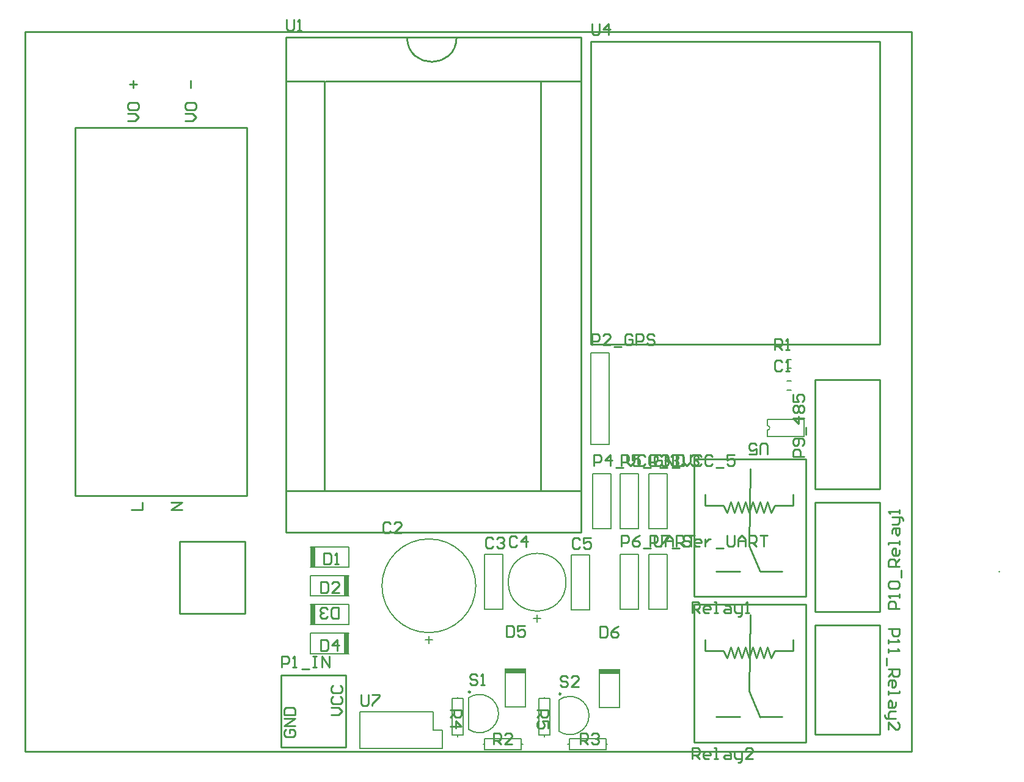
<source format=gto>
G04*
G04 #@! TF.GenerationSoftware,Altium Limited,Altium Designer,19.0.4 (130)*
G04*
G04 Layer_Color=65535*
%FSLAX25Y25*%
%MOIN*%
G70*
G01*
G75*
%ADD10C,0.00787*%
%ADD11C,0.01000*%
%ADD12C,0.00984*%
%ADD13C,0.00591*%
%ADD14R,0.03150X0.11024*%
%ADD15R,0.11024X0.03150*%
D10*
X267350Y-218179D02*
G03*
X267350Y-215679I0J1250D01*
G01*
X157480Y-301181D02*
G03*
X157480Y-301181I-15748J0D01*
G01*
X108268Y-303150D02*
G03*
X108268Y-303150I-25591J0D01*
G01*
X153622Y-382562D02*
G03*
X153622Y-365470I5984J8546D01*
G01*
X104252Y-381499D02*
G03*
X104252Y-364406I5984J8546D01*
G01*
X145669Y-385703D02*
Y-384803D01*
Y-364803D02*
Y-363903D01*
X142669Y-384803D02*
X145669D01*
X142669D02*
Y-364803D01*
X148669D01*
Y-384803D02*
Y-364803D01*
X145669Y-384803D02*
X148669D01*
X179291Y-389764D02*
X180191D01*
X158391D02*
X159291D01*
X179291Y-392764D02*
Y-389764D01*
X159291Y-392764D02*
X179291D01*
X159291D02*
Y-386764D01*
X179291D01*
Y-389764D02*
Y-386764D01*
X98425Y-385703D02*
Y-384803D01*
Y-364803D02*
Y-363903D01*
X95425Y-384803D02*
X98425D01*
X95425D02*
Y-364803D01*
X101425D01*
Y-384803D02*
Y-364803D01*
X98425Y-384803D02*
X101425D01*
X133110Y-389764D02*
X134010D01*
X112210D02*
X113110D01*
X133110Y-392764D02*
Y-389764D01*
X113110Y-392764D02*
X133110D01*
X113110D02*
Y-386764D01*
X133110D01*
Y-389764D02*
Y-386764D01*
X18032Y-340158D02*
X38898D01*
X18032Y-329134D02*
X38898D01*
X18032Y-340158D02*
Y-329134D01*
Y-313386D02*
X38898D01*
X18032Y-324410D02*
X38898D01*
Y-313386D01*
X18032Y-308661D02*
X38898D01*
X18032Y-297638D02*
X38898D01*
X18032Y-308661D02*
Y-297638D01*
Y-281890D02*
X38898D01*
X18032Y-292913D02*
X38898D01*
Y-281890D01*
X267350Y-221612D02*
X287350D01*
Y-212246D01*
X267350D02*
X287350D01*
X267350Y-215679D02*
Y-212246D01*
Y-221612D02*
Y-218179D01*
X45118Y-371890D02*
X85118D01*
Y-381890D02*
Y-371890D01*
Y-381890D02*
X90118D01*
Y-391890D02*
Y-381890D01*
X45118Y-391890D02*
X90118D01*
X45118D02*
Y-371890D01*
X170276Y-316299D02*
Y-286378D01*
X160433Y-316299D02*
Y-286378D01*
X170276D01*
X160433Y-316299D02*
X170276D01*
X123031Y-315984D02*
Y-286063D01*
X113189Y-315984D02*
Y-286063D01*
X123031D01*
X113189Y-315984D02*
X123031D01*
X170957Y-226102D02*
X180957D01*
X170957D02*
Y-176102D01*
X180957Y-226102D02*
Y-176102D01*
X170957D02*
X180957D01*
X175591Y-369606D02*
X186614D01*
X175591D02*
Y-348740D01*
X186614Y-369606D02*
Y-348740D01*
X212677Y-272047D02*
Y-242047D01*
X202677D02*
X212677D01*
X202677Y-272047D02*
Y-242047D01*
Y-272047D02*
X212677D01*
X124409Y-369311D02*
X135433D01*
X124409D02*
Y-348445D01*
X135433Y-369311D02*
Y-348445D01*
X153622Y-382562D02*
Y-365470D01*
X182165Y-272047D02*
Y-242047D01*
X172165D02*
X182165D01*
X172165Y-272047D02*
Y-242047D01*
Y-272047D02*
X182165D01*
X104252Y-381499D02*
Y-364406D01*
X196929Y-272047D02*
Y-242047D01*
X186929D02*
X196929D01*
X186929Y-272047D02*
Y-242047D01*
Y-272047D02*
X196929D01*
X277882Y-191437D02*
X280244D01*
X277882Y-196358D02*
X280244D01*
X196929Y-316024D02*
Y-286024D01*
X186929D02*
X196929D01*
X186929Y-316024D02*
Y-286024D01*
Y-316024D02*
X196929D01*
X277944Y-184449D02*
X280307D01*
X277944Y-179724D02*
X280307D01*
X212677Y-316024D02*
Y-286024D01*
X202677D02*
X212677D01*
X202677Y-316024D02*
Y-286024D01*
Y-316024D02*
X212677D01*
D11*
X70803Y-3799D02*
G03*
X97781Y-3599I13488J200D01*
G01*
X-110390Y-253874D02*
Y-53087D01*
X-16689D01*
Y-253874D02*
Y-53087D01*
X-110390Y-253874D02*
X-16689D01*
X-17784Y-318323D02*
Y-278953D01*
X-53216D02*
X-17784D01*
X-53216Y-318323D02*
Y-278953D01*
Y-318323D02*
X-17784D01*
X328740Y-250315D02*
Y-190630D01*
X293307Y-250315D02*
X328740D01*
X293307Y-190630D02*
X328740D01*
X293307Y-250315D02*
Y-190630D01*
X293307Y-317244D02*
Y-257559D01*
X328740D01*
X293307Y-317244D02*
X328740D01*
Y-257559D01*
X293307Y-384173D02*
Y-324488D01*
X328740D01*
X293307Y-384173D02*
X328740D01*
Y-324488D01*
X245496Y-374772D02*
X252246D01*
X263496D02*
X275496D01*
X239496D02*
X247496D01*
X257496Y-360772D02*
X257874Y-318898D01*
X239496Y-338772D02*
X243496D01*
X245496Y-342772D01*
X233496Y-338772D02*
Y-332772D01*
Y-338772D02*
X239496D01*
X245496Y-342772D02*
X247496Y-336772D01*
X249496Y-342772D01*
X251496Y-336772D01*
X253496Y-342772D01*
X255496Y-336772D01*
X257496Y-342772D01*
X259496Y-336772D01*
X261496Y-342772D01*
X263496Y-336772D01*
X265496Y-342772D01*
X267496Y-336772D01*
X269496Y-342772D01*
X271496Y-338772D01*
X281496D01*
Y-332772D01*
X227362Y-313386D02*
X288386D01*
Y-388583D02*
Y-313386D01*
X227362Y-388583D02*
Y-313386D01*
Y-388583D02*
X288386D01*
X257496Y-360772D02*
X263228Y-374881D01*
X245496Y-295244D02*
X252246D01*
X263496D02*
X275496D01*
X239496D02*
X247496D01*
X257496Y-281244D02*
X257874Y-239370D01*
X239496Y-259244D02*
X243496D01*
X245496Y-263244D01*
X233496Y-259244D02*
Y-253244D01*
Y-259244D02*
X239496D01*
X245496Y-263244D02*
X247496Y-257244D01*
X249496Y-263244D01*
X251496Y-257244D01*
X253496Y-263244D01*
X255496Y-257244D01*
X257496Y-263244D01*
X259496Y-257244D01*
X261496Y-263244D01*
X263496Y-257244D01*
X265496Y-263244D01*
X267496Y-257244D01*
X269496Y-263244D01*
X271496Y-259244D01*
X281496D01*
Y-253244D01*
X227362Y-233858D02*
X288386D01*
Y-309055D02*
Y-233858D01*
X227362Y-309055D02*
Y-233858D01*
Y-309055D02*
X288386D01*
X257496Y-281244D02*
X263228Y-295353D01*
X171063Y-171260D02*
Y-5906D01*
X328543D01*
X171063Y-171260D02*
X328543D01*
Y-5906D01*
X1969Y-391437D02*
Y-352067D01*
Y-391437D02*
X37402D01*
Y-352067D01*
X1969D02*
X37402D01*
X4665Y-3501D02*
X165689D01*
X4665D02*
X4665Y-273973D01*
X135650D01*
X165689D01*
X165689Y-3501D02*
X165689Y-273973D01*
X4764Y-27615D02*
X25728D01*
X26221D02*
X165492D01*
X25728D02*
X25728Y-251237D01*
X4764D02*
X25728D01*
X165591D01*
X143642D02*
Y-27615D01*
X-79774Y-261748D02*
X-73776D01*
Y-257749D01*
X-52122Y-261748D02*
X-58120D01*
X-52122Y-257749D01*
X-58120D01*
X-81742Y-49150D02*
X-77743D01*
X-75744Y-47150D01*
X-77743Y-45151D01*
X-81742D01*
Y-40152D02*
Y-42152D01*
X-80743Y-43152D01*
X-76744D01*
X-75744Y-42152D01*
Y-40152D01*
X-76744Y-39153D01*
X-80743D01*
X-81742Y-40152D01*
X-78743Y-31155D02*
Y-27157D01*
X-80743Y-29156D02*
X-76744D01*
X-50246Y-49150D02*
X-46247D01*
X-44248Y-47150D01*
X-46247Y-45151D01*
X-50246D01*
Y-40152D02*
Y-42152D01*
X-49246Y-43152D01*
X-45248D01*
X-44248Y-42152D01*
Y-40152D01*
X-45248Y-39153D01*
X-49246D01*
X-50246Y-40152D01*
X-47247Y-31155D02*
Y-27157D01*
X29435Y-373721D02*
X33434D01*
X35433Y-371721D01*
X33434Y-369722D01*
X29435D01*
X30435Y-363724D02*
X29435Y-364723D01*
Y-366723D01*
X30435Y-367722D01*
X34433D01*
X35433Y-366723D01*
Y-364723D01*
X34433Y-363724D01*
X30435Y-357726D02*
X29435Y-358725D01*
Y-360725D01*
X30435Y-361724D01*
X34433D01*
X35433Y-360725D01*
Y-358725D01*
X34433Y-357726D01*
X4687Y-381533D02*
X3687Y-382533D01*
Y-384532D01*
X4687Y-385531D01*
X8685D01*
X9685Y-384532D01*
Y-382533D01*
X8685Y-381533D01*
X6686D01*
Y-383532D01*
X9685Y-379533D02*
X3687D01*
X9685Y-375535D01*
X3687D01*
Y-373535D02*
X9685D01*
Y-370536D01*
X8685Y-369537D01*
X4687D01*
X3687Y-370536D01*
Y-373535D01*
X45766Y-362492D02*
Y-367490D01*
X46766Y-368490D01*
X48765D01*
X49765Y-367490D01*
Y-362492D01*
X51764D02*
X55763D01*
Y-363491D01*
X51764Y-367490D01*
Y-368490D01*
X267409Y-231222D02*
Y-226224D01*
X266409Y-225224D01*
X264410D01*
X263410Y-226224D01*
Y-231222D01*
X257412D02*
X261411D01*
Y-228223D01*
X259412Y-229223D01*
X258412D01*
X257412Y-228223D01*
Y-226224D01*
X258412Y-225224D01*
X260411D01*
X261411Y-226224D01*
X171566Y3608D02*
Y-1390D01*
X172566Y-2390D01*
X174565D01*
X175565Y-1390D01*
Y3608D01*
X180563Y-2390D02*
Y3608D01*
X177564Y609D01*
X181563D01*
X5166Y6008D02*
Y1010D01*
X6166Y10D01*
X8165D01*
X9165Y1010D01*
Y6008D01*
X11164Y10D02*
X13164D01*
X12164D01*
Y6008D01*
X11164Y5009D01*
X158265Y-353191D02*
X157265Y-352192D01*
X155266D01*
X154266Y-353191D01*
Y-354191D01*
X155266Y-355191D01*
X157265D01*
X158265Y-356190D01*
Y-357190D01*
X157265Y-358190D01*
X155266D01*
X154266Y-357190D01*
X164263Y-358190D02*
X160264D01*
X164263Y-354191D01*
Y-353191D01*
X163263Y-352192D01*
X161264D01*
X160264Y-353191D01*
X108865Y-352191D02*
X107865Y-351192D01*
X105866D01*
X104866Y-352191D01*
Y-353191D01*
X105866Y-354191D01*
X107865D01*
X108865Y-355190D01*
Y-356190D01*
X107865Y-357190D01*
X105866D01*
X104866Y-356190D01*
X110864Y-357190D02*
X112864D01*
X111864D01*
Y-351192D01*
X110864Y-352191D01*
X226378Y-397638D02*
Y-391640D01*
X229377D01*
X230377Y-392639D01*
Y-394639D01*
X229377Y-395638D01*
X226378D01*
X228377D02*
X230377Y-397638D01*
X235375D02*
X233376D01*
X232376Y-396638D01*
Y-394639D01*
X233376Y-393639D01*
X235375D01*
X236375Y-394639D01*
Y-395638D01*
X232376D01*
X238374Y-397638D02*
X240373D01*
X239374D01*
Y-391640D01*
X238374D01*
X244372Y-393639D02*
X246372D01*
X247371Y-394639D01*
Y-397638D01*
X244372D01*
X243372Y-396638D01*
X244372Y-395638D01*
X247371D01*
X249371Y-393639D02*
Y-396638D01*
X250370Y-397638D01*
X253369D01*
Y-398638D01*
X252369Y-399637D01*
X251370D01*
X253369Y-397638D02*
Y-393639D01*
X259367Y-397638D02*
X255369D01*
X259367Y-393639D01*
Y-392639D01*
X258368Y-391640D01*
X256368D01*
X255369Y-392639D01*
X226378Y-318110D02*
Y-312112D01*
X229377D01*
X230377Y-313112D01*
Y-315111D01*
X229377Y-316111D01*
X226378D01*
X228377D02*
X230377Y-318110D01*
X235375D02*
X233376D01*
X232376Y-317111D01*
Y-315111D01*
X233376Y-314111D01*
X235375D01*
X236375Y-315111D01*
Y-316111D01*
X232376D01*
X238374Y-318110D02*
X240373D01*
X239374D01*
Y-312112D01*
X238374D01*
X244372Y-314111D02*
X246372D01*
X247371Y-315111D01*
Y-318110D01*
X244372D01*
X243372Y-317111D01*
X244372Y-316111D01*
X247371D01*
X249371Y-314111D02*
Y-317111D01*
X250370Y-318110D01*
X253369D01*
Y-319110D01*
X252369Y-320110D01*
X251370D01*
X253369Y-318110D02*
Y-314111D01*
X255369Y-318110D02*
X257368D01*
X256368D01*
Y-312112D01*
X255369Y-313112D01*
X141732Y-370866D02*
X147730D01*
Y-373865D01*
X146731Y-374865D01*
X144731D01*
X143732Y-373865D01*
Y-370866D01*
Y-372866D02*
X141732Y-374865D01*
X147730Y-380863D02*
Y-376864D01*
X144731D01*
X145731Y-378864D01*
Y-379863D01*
X144731Y-380863D01*
X142732D01*
X141732Y-379863D01*
Y-377864D01*
X142732Y-376864D01*
X94488Y-370866D02*
X100486D01*
Y-373865D01*
X99487Y-374865D01*
X97487D01*
X96487Y-373865D01*
Y-370866D01*
Y-372866D02*
X94488Y-374865D01*
Y-379863D02*
X100486D01*
X97487Y-376864D01*
Y-380863D01*
X165354Y-389764D02*
Y-383766D01*
X168353D01*
X169353Y-384765D01*
Y-386765D01*
X168353Y-387764D01*
X165354D01*
X167354D02*
X169353Y-389764D01*
X171352Y-384765D02*
X172352Y-383766D01*
X174351D01*
X175351Y-384765D01*
Y-385765D01*
X174351Y-386765D01*
X173352D01*
X174351D01*
X175351Y-387764D01*
Y-388764D01*
X174351Y-389764D01*
X172352D01*
X171352Y-388764D01*
X118110Y-389764D02*
Y-383766D01*
X121109D01*
X122109Y-384765D01*
Y-386765D01*
X121109Y-387764D01*
X118110D01*
X120110D02*
X122109Y-389764D01*
X128107D02*
X124108D01*
X128107Y-385765D01*
Y-384765D01*
X127107Y-383766D01*
X125108D01*
X124108Y-384765D01*
X271266Y-174190D02*
Y-168192D01*
X274265D01*
X275265Y-169191D01*
Y-171191D01*
X274265Y-172190D01*
X271266D01*
X273266D02*
X275265Y-174190D01*
X277264D02*
X279263D01*
X278264D01*
Y-168192D01*
X277264Y-169191D01*
X333500Y-326500D02*
X339498D01*
Y-329499D01*
X338498Y-330499D01*
X336499D01*
X335499Y-329499D01*
Y-326500D01*
X333500Y-332498D02*
Y-334497D01*
Y-333498D01*
X339498D01*
X338498Y-332498D01*
X333500Y-337496D02*
Y-339496D01*
Y-338496D01*
X339498D01*
X338498Y-337496D01*
X332500Y-342495D02*
Y-346494D01*
X333500Y-348493D02*
X339498D01*
Y-351492D01*
X338498Y-352492D01*
X336499D01*
X335499Y-351492D01*
Y-348493D01*
Y-350492D02*
X333500Y-352492D01*
Y-357490D02*
Y-355491D01*
X334500Y-354491D01*
X336499D01*
X337499Y-355491D01*
Y-357490D01*
X336499Y-358490D01*
X335499D01*
Y-354491D01*
X333500Y-360489D02*
Y-362488D01*
Y-361489D01*
X339498D01*
Y-360489D01*
X337499Y-366487D02*
Y-368486D01*
X336499Y-369486D01*
X333500D01*
Y-366487D01*
X334500Y-365487D01*
X335499Y-366487D01*
Y-369486D01*
X337499Y-371485D02*
X334500D01*
X333500Y-372485D01*
Y-375484D01*
X332500D01*
X331501Y-374484D01*
Y-373485D01*
X333500Y-375484D02*
X337499D01*
X333500Y-381482D02*
Y-377484D01*
X337499Y-381482D01*
X338498D01*
X339498Y-380483D01*
Y-378483D01*
X338498Y-377484D01*
X339500Y-315500D02*
X333502D01*
Y-312501D01*
X334502Y-311501D01*
X336501D01*
X337501Y-312501D01*
Y-315500D01*
X339500Y-309502D02*
Y-307503D01*
Y-308502D01*
X333502D01*
X334502Y-309502D01*
Y-304504D02*
X333502Y-303504D01*
Y-301504D01*
X334502Y-300505D01*
X338500D01*
X339500Y-301504D01*
Y-303504D01*
X338500Y-304504D01*
X334502D01*
X340500Y-298505D02*
Y-294507D01*
X339500Y-292507D02*
X333502D01*
Y-289508D01*
X334502Y-288509D01*
X336501D01*
X337501Y-289508D01*
Y-292507D01*
Y-290508D02*
X339500Y-288509D01*
Y-283510D02*
Y-285510D01*
X338500Y-286509D01*
X336501D01*
X335501Y-285510D01*
Y-283510D01*
X336501Y-282511D01*
X337501D01*
Y-286509D01*
X339500Y-280511D02*
Y-278512D01*
Y-279512D01*
X333502D01*
Y-280511D01*
X335501Y-274513D02*
Y-272514D01*
X336501Y-271514D01*
X339500D01*
Y-274513D01*
X338500Y-275513D01*
X337501Y-274513D01*
Y-271514D01*
X335501Y-269515D02*
X338500D01*
X339500Y-268515D01*
Y-265516D01*
X340500D01*
X341499Y-266516D01*
Y-267515D01*
X339500Y-265516D02*
X335501D01*
X339500Y-263517D02*
Y-261518D01*
Y-262517D01*
X333502D01*
X334502Y-263517D01*
X287402Y-232598D02*
X281403D01*
Y-229599D01*
X282403Y-228600D01*
X284403D01*
X285402Y-229599D01*
Y-232598D01*
X286402Y-226600D02*
X287402Y-225601D01*
Y-223601D01*
X286402Y-222602D01*
X282403D01*
X281403Y-223601D01*
Y-225601D01*
X282403Y-226600D01*
X283403D01*
X284403Y-225601D01*
Y-222602D01*
X288401Y-220602D02*
Y-216604D01*
X287402Y-211605D02*
X281403D01*
X284403Y-214604D01*
Y-210606D01*
X282403Y-208606D02*
X281403Y-207607D01*
Y-205607D01*
X282403Y-204608D01*
X283403D01*
X284403Y-205607D01*
X285402Y-204608D01*
X286402D01*
X287402Y-205607D01*
Y-207607D01*
X286402Y-208606D01*
X285402D01*
X284403Y-207607D01*
X283403Y-208606D01*
X282403D01*
X284403Y-207607D02*
Y-205607D01*
X281403Y-198609D02*
Y-202608D01*
X284403D01*
X283403Y-200609D01*
Y-199609D01*
X284403Y-198609D01*
X286402D01*
X287402Y-199609D01*
Y-201608D01*
X286402Y-202608D01*
X203266Y-281590D02*
Y-275592D01*
X206265D01*
X207265Y-276591D01*
Y-278591D01*
X206265Y-279590D01*
X203266D01*
X209264Y-275592D02*
X213263D01*
Y-276591D01*
X209264Y-280590D01*
Y-281590D01*
X215262Y-282589D02*
X219261D01*
X225259Y-276591D02*
X224259Y-275592D01*
X222260D01*
X221260Y-276591D01*
Y-277591D01*
X222260Y-278591D01*
X224259D01*
X225259Y-279590D01*
Y-280590D01*
X224259Y-281590D01*
X222260D01*
X221260Y-280590D01*
X230257Y-281590D02*
X228258D01*
X227258Y-280590D01*
Y-278591D01*
X228258Y-277591D01*
X230257D01*
X231257Y-278591D01*
Y-279590D01*
X227258D01*
X233256Y-277591D02*
Y-281590D01*
Y-279590D01*
X234256Y-278591D01*
X235256Y-277591D01*
X236256D01*
X239254Y-282589D02*
X243253D01*
X245253Y-275592D02*
Y-280590D01*
X246252Y-281590D01*
X248252D01*
X249251Y-280590D01*
Y-275592D01*
X251251Y-281590D02*
Y-277591D01*
X253250Y-275592D01*
X255249Y-277591D01*
Y-281590D01*
Y-278591D01*
X251251D01*
X257249Y-281590D02*
Y-275592D01*
X260248D01*
X261247Y-276591D01*
Y-278591D01*
X260248Y-279590D01*
X257249D01*
X259248D02*
X261247Y-281590D01*
X263247Y-275592D02*
X267245D01*
X265246D01*
Y-281590D01*
X187566D02*
Y-275592D01*
X190565D01*
X191565Y-276591D01*
Y-278591D01*
X190565Y-279590D01*
X187566D01*
X197563Y-275592D02*
X195564Y-276591D01*
X193564Y-278591D01*
Y-280590D01*
X194564Y-281590D01*
X196563D01*
X197563Y-280590D01*
Y-279590D01*
X196563Y-278591D01*
X193564D01*
X199562Y-282589D02*
X203561D01*
X205560Y-275592D02*
Y-280590D01*
X206560Y-281590D01*
X208559D01*
X209559Y-280590D01*
Y-275592D01*
X211558Y-281590D02*
Y-277591D01*
X213558Y-275592D01*
X215557Y-277591D01*
Y-281590D01*
Y-278591D01*
X211558D01*
X217556Y-281590D02*
Y-275592D01*
X220555D01*
X221555Y-276591D01*
Y-278591D01*
X220555Y-279590D01*
X217556D01*
X219556D02*
X221555Y-281590D01*
X223554Y-275592D02*
X227553D01*
X225554D01*
Y-281590D01*
X187566Y-237690D02*
Y-231692D01*
X190565D01*
X191565Y-232691D01*
Y-234691D01*
X190565Y-235690D01*
X187566D01*
X197563Y-231692D02*
X193564D01*
Y-234691D01*
X195564Y-233691D01*
X196563D01*
X197563Y-234691D01*
Y-236690D01*
X196563Y-237690D01*
X194564D01*
X193564Y-236690D01*
X199562Y-238689D02*
X203561D01*
X209559Y-232691D02*
X208559Y-231692D01*
X206560D01*
X205560Y-232691D01*
Y-236690D01*
X206560Y-237690D01*
X208559D01*
X209559Y-236690D01*
Y-234691D01*
X207560D01*
X211558Y-237690D02*
Y-231692D01*
X215557Y-237690D01*
Y-231692D01*
X217556D02*
Y-237690D01*
X220555D01*
X221555Y-236690D01*
Y-232691D01*
X220555Y-231692D01*
X217556D01*
X172766Y-237690D02*
Y-231692D01*
X175765D01*
X176765Y-232691D01*
Y-234691D01*
X175765Y-235690D01*
X172766D01*
X181763Y-237690D02*
Y-231692D01*
X178764Y-234691D01*
X182763D01*
X184762Y-238689D02*
X188761D01*
X190760Y-231692D02*
Y-235690D01*
X192760Y-237690D01*
X194759Y-235690D01*
Y-231692D01*
X200757Y-232691D02*
X199757Y-231692D01*
X197758D01*
X196758Y-232691D01*
Y-236690D01*
X197758Y-237690D01*
X199757D01*
X200757Y-236690D01*
X206755Y-232691D02*
X205755Y-231692D01*
X203756D01*
X202756Y-232691D01*
Y-236690D01*
X203756Y-237690D01*
X205755D01*
X206755Y-236690D01*
X208754Y-238689D02*
X212753D01*
X214753Y-232691D02*
X215752Y-231692D01*
X217752D01*
X218751Y-232691D01*
Y-233691D01*
X217752Y-234691D01*
X216752D01*
X217752D01*
X218751Y-235690D01*
Y-236690D01*
X217752Y-237690D01*
X215752D01*
X214753Y-236690D01*
X220751Y-237690D02*
Y-236690D01*
X221750D01*
Y-237690D01*
X220751D01*
X225749Y-232691D02*
X226749Y-231692D01*
X228748D01*
X229748Y-232691D01*
Y-233691D01*
X228748Y-234691D01*
X227748D01*
X228748D01*
X229748Y-235690D01*
Y-236690D01*
X228748Y-237690D01*
X226749D01*
X225749Y-236690D01*
X203266Y-237690D02*
Y-231692D01*
X206265D01*
X207265Y-232691D01*
Y-234691D01*
X206265Y-235690D01*
X203266D01*
X209264Y-232691D02*
X210264Y-231692D01*
X212263D01*
X213263Y-232691D01*
Y-233691D01*
X212263Y-234691D01*
X211263D01*
X212263D01*
X213263Y-235690D01*
Y-236690D01*
X212263Y-237690D01*
X210264D01*
X209264Y-236690D01*
X215262Y-238689D02*
X219261D01*
X221260Y-231692D02*
Y-235690D01*
X223260Y-237690D01*
X225259Y-235690D01*
Y-231692D01*
X231257Y-232691D02*
X230257Y-231692D01*
X228258D01*
X227258Y-232691D01*
Y-236690D01*
X228258Y-237690D01*
X230257D01*
X231257Y-236690D01*
X237255Y-232691D02*
X236256Y-231692D01*
X234256D01*
X233256Y-232691D01*
Y-236690D01*
X234256Y-237690D01*
X236256D01*
X237255Y-236690D01*
X239254Y-238689D02*
X243253D01*
X249251Y-231692D02*
X245253D01*
Y-234691D01*
X247252Y-233691D01*
X248252D01*
X249251Y-234691D01*
Y-236690D01*
X248252Y-237690D01*
X246252D01*
X245253Y-236690D01*
X171566Y-171690D02*
Y-165692D01*
X174565D01*
X175565Y-166691D01*
Y-168691D01*
X174565Y-169690D01*
X171566D01*
X181563Y-171690D02*
X177564D01*
X181563Y-167691D01*
Y-166691D01*
X180563Y-165692D01*
X178564D01*
X177564Y-166691D01*
X183562Y-172689D02*
X187561D01*
X193559Y-166691D02*
X192559Y-165692D01*
X190560D01*
X189560Y-166691D01*
Y-170690D01*
X190560Y-171690D01*
X192559D01*
X193559Y-170690D01*
Y-168691D01*
X191560D01*
X195558Y-171690D02*
Y-165692D01*
X198557D01*
X199557Y-166691D01*
Y-168691D01*
X198557Y-169690D01*
X195558D01*
X205555Y-166691D02*
X204556Y-165692D01*
X202556D01*
X201556Y-166691D01*
Y-167691D01*
X202556Y-168691D01*
X204556D01*
X205555Y-169690D01*
Y-170690D01*
X204556Y-171690D01*
X202556D01*
X201556Y-170690D01*
X2466Y-347590D02*
Y-341592D01*
X5465D01*
X6465Y-342591D01*
Y-344591D01*
X5465Y-345590D01*
X2466D01*
X8464Y-347590D02*
X10464D01*
X9464D01*
Y-341592D01*
X8464Y-342591D01*
X13463Y-348589D02*
X17461D01*
X19461Y-341592D02*
X21460D01*
X20460D01*
Y-347590D01*
X19461D01*
X21460D01*
X24459D02*
Y-341592D01*
X28458Y-347590D01*
Y-341592D01*
X176166Y-325292D02*
Y-331290D01*
X179165D01*
X180165Y-330290D01*
Y-326291D01*
X179165Y-325292D01*
X176166D01*
X186163D02*
X184164Y-326291D01*
X182164Y-328291D01*
Y-330290D01*
X183164Y-331290D01*
X185163D01*
X186163Y-330290D01*
Y-329290D01*
X185163Y-328291D01*
X182164D01*
X124966Y-324992D02*
Y-330990D01*
X127965D01*
X128965Y-329990D01*
Y-325991D01*
X127965Y-324992D01*
X124966D01*
X134963D02*
X130964D01*
Y-327991D01*
X132964Y-326991D01*
X133963D01*
X134963Y-327991D01*
Y-329990D01*
X133963Y-330990D01*
X131964D01*
X130964Y-329990D01*
X23622Y-332585D02*
Y-338583D01*
X26621D01*
X27621Y-337583D01*
Y-333584D01*
X26621Y-332585D01*
X23622D01*
X32619Y-338583D02*
Y-332585D01*
X29620Y-335584D01*
X33619D01*
X33307Y-320959D02*
Y-314961D01*
X30308D01*
X29308Y-315960D01*
Y-319959D01*
X30308Y-320959D01*
X33307D01*
X27309Y-319959D02*
X26309Y-320959D01*
X24310D01*
X23310Y-319959D01*
Y-318959D01*
X24310Y-317960D01*
X25310D01*
X24310D01*
X23310Y-316960D01*
Y-315960D01*
X24310Y-314961D01*
X26309D01*
X27309Y-315960D01*
X23622Y-301089D02*
Y-307087D01*
X26621D01*
X27621Y-306087D01*
Y-302088D01*
X26621Y-301089D01*
X23622D01*
X33619Y-307087D02*
X29620D01*
X33619Y-303088D01*
Y-302088D01*
X32619Y-301089D01*
X30620D01*
X29620Y-302088D01*
X25433Y-285340D02*
Y-291339D01*
X28432D01*
X29432Y-290339D01*
Y-286340D01*
X28432Y-285340D01*
X25433D01*
X31431Y-291339D02*
X33430D01*
X32431D01*
Y-285340D01*
X31431Y-286340D01*
X165065Y-277991D02*
X164065Y-276992D01*
X162066D01*
X161066Y-277991D01*
Y-281990D01*
X162066Y-282990D01*
X164065D01*
X165065Y-281990D01*
X171063Y-276992D02*
X167064D01*
Y-279991D01*
X169064Y-278991D01*
X170063D01*
X171063Y-279991D01*
Y-281990D01*
X170063Y-282990D01*
X168064D01*
X167064Y-281990D01*
X130565Y-276991D02*
X129565Y-275992D01*
X127566D01*
X126566Y-276991D01*
Y-280990D01*
X127566Y-281990D01*
X129565D01*
X130565Y-280990D01*
X135563Y-281990D02*
Y-275992D01*
X132564Y-278991D01*
X136563D01*
X117765Y-277691D02*
X116765Y-276692D01*
X114766D01*
X113766Y-277691D01*
Y-281690D01*
X114766Y-282690D01*
X116765D01*
X117765Y-281690D01*
X119764Y-277691D02*
X120764Y-276692D01*
X122763D01*
X123763Y-277691D01*
Y-278691D01*
X122763Y-279691D01*
X121764D01*
X122763D01*
X123763Y-280690D01*
Y-281690D01*
X122763Y-282690D01*
X120764D01*
X119764Y-281690D01*
X61665Y-269191D02*
X60665Y-268192D01*
X58666D01*
X57666Y-269191D01*
Y-273190D01*
X58666Y-274190D01*
X60665D01*
X61665Y-273190D01*
X67663Y-274190D02*
X63664D01*
X67663Y-270191D01*
Y-269191D01*
X66663Y-268192D01*
X64664D01*
X63664Y-269191D01*
X275265Y-180891D02*
X274265Y-179892D01*
X272266D01*
X271266Y-180891D01*
Y-184890D01*
X272266Y-185890D01*
X274265D01*
X275265Y-184890D01*
X277264Y-185890D02*
X279263D01*
X278264D01*
Y-179892D01*
X277264Y-180891D01*
X-131500Y-500D02*
X346000D01*
X-137500D02*
X-131500D01*
X-137500D02*
X-137500Y-393500D01*
X346000D01*
Y-500D01*
X393701Y-295276D02*
X393701Y-295276D01*
D12*
X154701Y-362193D02*
G03*
X154701Y-362193I-492J0D01*
G01*
X105331Y-361130D02*
G03*
X105331Y-361130I-492J0D01*
G01*
D13*
X141741Y-322835D02*
Y-318899D01*
X139773Y-320867D02*
X143709D01*
X82678Y-334547D02*
Y-330611D01*
X80710Y-332579D02*
X84646D01*
D14*
X37717Y-334646D02*
D03*
X19212Y-318898D02*
D03*
X37717Y-303150D02*
D03*
X19212Y-287402D02*
D03*
D15*
X181102Y-349920D02*
D03*
X129921Y-349625D02*
D03*
M02*

</source>
